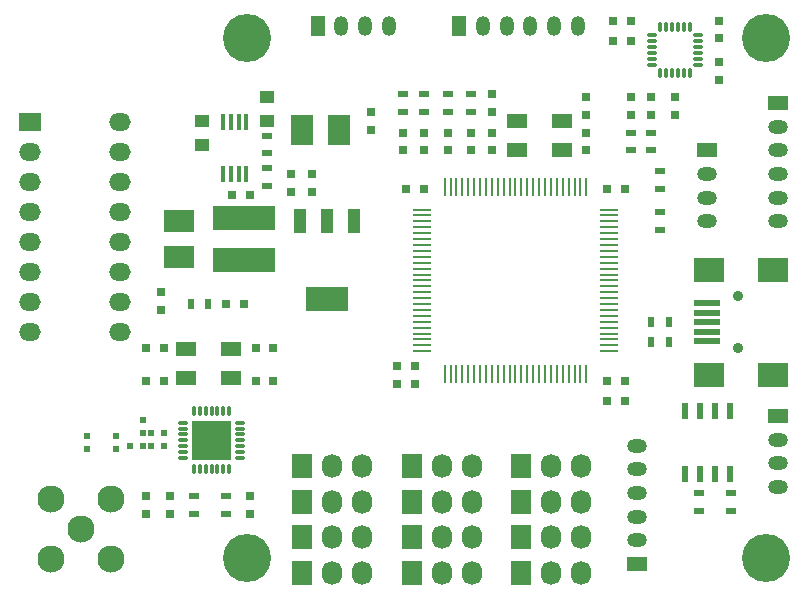
<source format=gts>
G04 #@! TF.FileFunction,Soldermask,Top*
%FSLAX46Y46*%
G04 Gerber Fmt 4.6, Leading zero omitted, Abs format (unit mm)*
G04 Created by KiCad (PCBNEW (2015-09-15 BZR 6201)-product) date tis 17 nov 2015 13:25:14*
%MOMM*%
G01*
G04 APERTURE LIST*
%ADD10C,0.100000*%
%ADD11O,0.850000X0.290000*%
%ADD12O,0.290000X0.850000*%
%ADD13R,1.675000X1.675000*%
%ADD14R,2.499360X1.950720*%
%ADD15R,1.950720X2.499360*%
%ADD16R,0.797560X0.797560*%
%ADD17C,2.300000*%
%ADD18R,5.295900X1.998980*%
%ADD19R,1.198880X1.699260*%
%ADD20O,1.198880X1.699260*%
%ADD21R,1.699260X1.198880*%
%ADD22O,1.699260X1.198880*%
%ADD23R,1.727200X2.032000*%
%ADD24O,1.727200X2.032000*%
%ADD25R,0.750000X0.800000*%
%ADD26R,1.250000X1.000000*%
%ADD27R,0.800000X0.750000*%
%ADD28R,0.600000X0.500000*%
%ADD29R,0.500000X0.600000*%
%ADD30R,0.900000X0.500000*%
%ADD31R,2.301240X0.500380*%
%ADD32R,2.499360X1.998980*%
%ADD33C,0.899160*%
%ADD34R,0.500000X0.900000*%
%ADD35R,1.824000X1.524000*%
%ADD36O,1.824000X1.524000*%
%ADD37R,0.450000X1.450000*%
%ADD38R,3.657600X2.032000*%
%ADD39R,1.016000X2.032000*%
%ADD40R,0.599440X1.399540*%
%ADD41R,0.280000X1.500000*%
%ADD42R,1.500000X0.280000*%
%ADD43R,1.800860X1.198880*%
%ADD44C,4.064000*%
G04 APERTURE END LIST*
D10*
D11*
X144200000Y-88250000D03*
X144200000Y-87750000D03*
X144200000Y-87250000D03*
X144200000Y-86750000D03*
X144200000Y-86250000D03*
X144200000Y-85750000D03*
D12*
X143500000Y-85050000D03*
X143000000Y-85050000D03*
X142500000Y-85050000D03*
X142000000Y-85050000D03*
X141500000Y-85050000D03*
X141000000Y-85050000D03*
D11*
X140300000Y-85750000D03*
X140300000Y-86250000D03*
X140300000Y-86750000D03*
X140300000Y-87250000D03*
X140300000Y-87750000D03*
X140300000Y-88250000D03*
D12*
X141000000Y-88950000D03*
X141500000Y-88950000D03*
X142000000Y-88950000D03*
X142500000Y-88950000D03*
X143000000Y-88950000D03*
X143500000Y-88950000D03*
D11*
X105468000Y-121546000D03*
X105468000Y-121046000D03*
X105468000Y-120546000D03*
X105468000Y-120046000D03*
X105468000Y-119546000D03*
X105468000Y-119046000D03*
X105468000Y-118546000D03*
D12*
X104518000Y-117596000D03*
X104018000Y-117596000D03*
X103518000Y-117596000D03*
X103018000Y-117596000D03*
X102518000Y-117596000D03*
X102018000Y-117596000D03*
X101518000Y-117596000D03*
D11*
X100568000Y-118546000D03*
X100568000Y-119046000D03*
X100568000Y-119546000D03*
X100568000Y-120046000D03*
X100568000Y-120546000D03*
X100568000Y-121046000D03*
X100568000Y-121546000D03*
D12*
X101518000Y-122496000D03*
X102018000Y-122496000D03*
X102518000Y-122496000D03*
X103018000Y-122496000D03*
X103518000Y-122496000D03*
X104018000Y-122496000D03*
X104518000Y-122496000D03*
D13*
X102180500Y-119208500D03*
X102180500Y-120883500D03*
X103855500Y-119208500D03*
X103855500Y-120883500D03*
D14*
X100250000Y-101450600D03*
X100250000Y-104549400D03*
D15*
X110700600Y-93750000D03*
X113799400Y-93750000D03*
D16*
X140250000Y-92499300D03*
X140250000Y-91000700D03*
X138500000Y-92499300D03*
X138500000Y-91000700D03*
D17*
X91977000Y-127539200D03*
X94517000Y-124999200D03*
X89437000Y-124999200D03*
X89437000Y-130079200D03*
X94517000Y-130079200D03*
D18*
X105750000Y-104747520D03*
X105750000Y-101252480D03*
D19*
X111997720Y-85000000D03*
D20*
X116000760Y-85000000D03*
X113999240Y-85000000D03*
X117999740Y-85000000D03*
D19*
X123996200Y-85000000D03*
D20*
X127999240Y-85000000D03*
X125997720Y-85000000D03*
X129998220Y-85000000D03*
X131999740Y-85000000D03*
X134001260Y-85000000D03*
D21*
X139000000Y-130502020D03*
D22*
X139000000Y-126498980D03*
X139000000Y-128500500D03*
X139000000Y-124500000D03*
X139000000Y-122498480D03*
X139000000Y-120496960D03*
D21*
X145000000Y-95497720D03*
D22*
X145000000Y-99500760D03*
X145000000Y-97499240D03*
X145000000Y-101499740D03*
D21*
X151000000Y-91496200D03*
D22*
X151000000Y-95499240D03*
X151000000Y-93497720D03*
X151000000Y-97498220D03*
X151000000Y-99499740D03*
X151000000Y-101501260D03*
D21*
X151000000Y-117997720D03*
D22*
X151000000Y-122000760D03*
X151000000Y-119999240D03*
X151000000Y-123999740D03*
D23*
X110710000Y-128250000D03*
D24*
X113250000Y-128250000D03*
X115790000Y-128250000D03*
D23*
X110710000Y-131250000D03*
D24*
X113250000Y-131250000D03*
X115790000Y-131250000D03*
D23*
X110710000Y-125250000D03*
D24*
X113250000Y-125250000D03*
X115790000Y-125250000D03*
D23*
X110710000Y-122250000D03*
D24*
X113250000Y-122250000D03*
X115790000Y-122250000D03*
D23*
X119960000Y-131250000D03*
D24*
X122500000Y-131250000D03*
X125040000Y-131250000D03*
D23*
X119960000Y-128250000D03*
D24*
X122500000Y-128250000D03*
X125040000Y-128250000D03*
D23*
X119960000Y-125250000D03*
D24*
X122500000Y-125250000D03*
X125040000Y-125250000D03*
D23*
X119960000Y-122250000D03*
D24*
X122500000Y-122250000D03*
X125040000Y-122250000D03*
D23*
X129210000Y-131250000D03*
D24*
X131750000Y-131250000D03*
X134290000Y-131250000D03*
D23*
X129210000Y-128250000D03*
D24*
X131750000Y-128250000D03*
X134290000Y-128250000D03*
D23*
X129210000Y-125250000D03*
D24*
X131750000Y-125250000D03*
X134290000Y-125250000D03*
D23*
X129210000Y-122250000D03*
D24*
X131750000Y-122250000D03*
X134290000Y-122250000D03*
D16*
X104250700Y-108500000D03*
X105749300Y-108500000D03*
D25*
X119250000Y-95500000D03*
X119250000Y-94000000D03*
D26*
X102250000Y-95000000D03*
X102250000Y-93000000D03*
X107750000Y-91000000D03*
X107750000Y-93000000D03*
D27*
X104750000Y-99250000D03*
X106250000Y-99250000D03*
D25*
X98750000Y-109000000D03*
X98750000Y-107500000D03*
X111500000Y-97500000D03*
X111500000Y-99000000D03*
X109750000Y-97500000D03*
X109750000Y-99000000D03*
X116500000Y-92250000D03*
X116500000Y-93750000D03*
X106250000Y-126250000D03*
X106250000Y-124750000D03*
D27*
X108250000Y-115000000D03*
X106750000Y-115000000D03*
D28*
X98996000Y-119411000D03*
X97896000Y-119411000D03*
X98996000Y-120554000D03*
X97896000Y-120554000D03*
D27*
X97500000Y-115000000D03*
X99000000Y-115000000D03*
X106750000Y-112250000D03*
X108250000Y-112250000D03*
D25*
X97500000Y-126250000D03*
X97500000Y-124750000D03*
D29*
X97176000Y-118353000D03*
X97176000Y-119453000D03*
D27*
X99000000Y-112250000D03*
X97500000Y-112250000D03*
D25*
X99500000Y-126250000D03*
X99500000Y-124750000D03*
D28*
X96118000Y-120554000D03*
X97218000Y-120554000D03*
D29*
X94898000Y-119674000D03*
X94898000Y-120774000D03*
X92485000Y-119674000D03*
X92485000Y-120774000D03*
D27*
X136500000Y-115000000D03*
X138000000Y-115000000D03*
X138500000Y-84500000D03*
X137000000Y-84500000D03*
D25*
X142250000Y-91000000D03*
X142250000Y-92500000D03*
X146000000Y-84500000D03*
X146000000Y-86000000D03*
D27*
X138500000Y-86250000D03*
X137000000Y-86250000D03*
D25*
X146000000Y-88000000D03*
X146000000Y-89500000D03*
X134750000Y-92500000D03*
X134750000Y-91000000D03*
D27*
X120250000Y-115250000D03*
X118750000Y-115250000D03*
X136500000Y-116750000D03*
X138000000Y-116750000D03*
D25*
X126750000Y-90750000D03*
X126750000Y-92250000D03*
X126750000Y-95500000D03*
X126750000Y-94000000D03*
X123000000Y-94000000D03*
X123000000Y-95500000D03*
X121000000Y-95500000D03*
X121000000Y-94000000D03*
X125000000Y-94000000D03*
X125000000Y-95500000D03*
D27*
X118750000Y-113750000D03*
X120250000Y-113750000D03*
D25*
X134750000Y-94000000D03*
X134750000Y-95500000D03*
D27*
X138000000Y-98750000D03*
X136500000Y-98750000D03*
X119500000Y-98750000D03*
X121000000Y-98750000D03*
D30*
X125000000Y-90750000D03*
X125000000Y-92250000D03*
D31*
X144996580Y-111653840D03*
X144996580Y-110853740D03*
X144996580Y-110053640D03*
X144996580Y-109253540D03*
X144996580Y-108453440D03*
D32*
X145095640Y-114503720D03*
X150594740Y-114503720D03*
X145095640Y-105603560D03*
X150594740Y-105603560D03*
D33*
X147595000Y-112253280D03*
X147595000Y-107854000D03*
D30*
X119250000Y-90750000D03*
X119250000Y-92250000D03*
X121000000Y-92250000D03*
X121000000Y-90750000D03*
X140250000Y-94000000D03*
X140250000Y-95500000D03*
X138500000Y-94000000D03*
X138500000Y-95500000D03*
D34*
X141750000Y-111750000D03*
X140250000Y-111750000D03*
X141750000Y-110000000D03*
X140250000Y-110000000D03*
D30*
X107750000Y-97000000D03*
X107750000Y-98500000D03*
X107750000Y-94250000D03*
X107750000Y-95750000D03*
X104250000Y-126250000D03*
X104250000Y-124750000D03*
X101500000Y-124750000D03*
X101500000Y-126250000D03*
X144250000Y-126000000D03*
X144250000Y-124500000D03*
X147000000Y-124500000D03*
X147000000Y-126000000D03*
X123000000Y-92250000D03*
X123000000Y-90750000D03*
D34*
X102750000Y-108500000D03*
X101250000Y-108500000D03*
D30*
X141000000Y-100750000D03*
X141000000Y-102250000D03*
X141000000Y-98750000D03*
X141000000Y-97250000D03*
D35*
X87651000Y-93122000D03*
D36*
X95271000Y-93122000D03*
X87651000Y-95662000D03*
X95271000Y-95662000D03*
X87651000Y-98202000D03*
X95271000Y-98202000D03*
X87651000Y-100742000D03*
X95271000Y-100742000D03*
X87651000Y-103282000D03*
X95271000Y-103282000D03*
X87651000Y-105822000D03*
X95271000Y-105822000D03*
X87651000Y-108362000D03*
X95271000Y-108362000D03*
X87651000Y-110902000D03*
X95271000Y-110902000D03*
D37*
X105975000Y-93050000D03*
X105325000Y-93050000D03*
X104675000Y-93050000D03*
X104025000Y-93050000D03*
X104025000Y-97450000D03*
X104675000Y-97450000D03*
X105325000Y-97450000D03*
X105975000Y-97450000D03*
D38*
X112750000Y-108052000D03*
D39*
X112750000Y-101448000D03*
X110464000Y-101448000D03*
X115036000Y-101448000D03*
D40*
X146905000Y-122917000D03*
X146905000Y-117583000D03*
X145635000Y-122917000D03*
X144365000Y-122917000D03*
X143095000Y-122917000D03*
X145635000Y-117583000D03*
X144365000Y-117583000D03*
X143095000Y-117583000D03*
D41*
X134750000Y-98600000D03*
X134250000Y-98600000D03*
X133750000Y-98600000D03*
X133250000Y-98600000D03*
X132750000Y-98600000D03*
X132250000Y-98600000D03*
X131750000Y-98600000D03*
X131250000Y-98600000D03*
X130750000Y-98600000D03*
X130250000Y-98600000D03*
X129750000Y-98600000D03*
X129250000Y-98600000D03*
X128750000Y-98600000D03*
X128250000Y-98600000D03*
X127750000Y-98600000D03*
X127250000Y-98600000D03*
X126750000Y-98600000D03*
X126250000Y-98600000D03*
X125750000Y-98600000D03*
X125250000Y-98600000D03*
X124750000Y-98600000D03*
X124250000Y-98600000D03*
X123750000Y-98600000D03*
X123250000Y-98600000D03*
X122750000Y-98600000D03*
D42*
X120850000Y-100500000D03*
X120850000Y-101000000D03*
X120850000Y-101500000D03*
X120850000Y-102000000D03*
X120850000Y-102500000D03*
X120850000Y-103000000D03*
X120850000Y-103500000D03*
X120850000Y-104000000D03*
X120850000Y-104500000D03*
X120850000Y-105000000D03*
X120850000Y-105500000D03*
X120850000Y-106000000D03*
X120850000Y-106500000D03*
X120850000Y-107000000D03*
X120850000Y-107500000D03*
X120850000Y-108000000D03*
X120850000Y-108500000D03*
X120850000Y-109000000D03*
X120850000Y-109500000D03*
X120850000Y-110000000D03*
X120850000Y-110500000D03*
X120850000Y-111000000D03*
X120850000Y-111500000D03*
X120850000Y-112000000D03*
X120850000Y-112500000D03*
D41*
X122750000Y-114400000D03*
X123250000Y-114400000D03*
X123750000Y-114400000D03*
X124250000Y-114400000D03*
X124750000Y-114400000D03*
X125250000Y-114400000D03*
X125750000Y-114400000D03*
X126250000Y-114400000D03*
X126750000Y-114400000D03*
X127250000Y-114400000D03*
X127750000Y-114400000D03*
X128250000Y-114400000D03*
X128750000Y-114400000D03*
X129250000Y-114400000D03*
X129750000Y-114400000D03*
X130250000Y-114400000D03*
X130750000Y-114400000D03*
X131250000Y-114400000D03*
X131750000Y-114400000D03*
X132250000Y-114400000D03*
X132750000Y-114400000D03*
X133250000Y-114400000D03*
X133750000Y-114400000D03*
X134250000Y-114400000D03*
X134750000Y-114400000D03*
D42*
X136650000Y-112500000D03*
X136650000Y-112000000D03*
X136650000Y-111500000D03*
X136650000Y-111000000D03*
X136650000Y-110500000D03*
X136650000Y-110000000D03*
X136650000Y-109500000D03*
X136650000Y-109000000D03*
X136650000Y-108500000D03*
X136650000Y-108000000D03*
X136650000Y-107500000D03*
X136650000Y-107000000D03*
X136650000Y-106500000D03*
X136650000Y-106000000D03*
X136650000Y-105500000D03*
X136650000Y-105000000D03*
X136650000Y-104500000D03*
X136650000Y-104000000D03*
X136650000Y-103500000D03*
X136650000Y-103000000D03*
X136650000Y-102500000D03*
X136650000Y-102000000D03*
X136650000Y-101500000D03*
X136650000Y-101000000D03*
X136650000Y-100500000D03*
D43*
X104659920Y-114799680D03*
X104659920Y-112300320D03*
X100860080Y-112300320D03*
X100860080Y-114799680D03*
X132649920Y-95499680D03*
X132649920Y-93000320D03*
X128850080Y-93000320D03*
X128850080Y-95499680D03*
D44*
X150000000Y-86000000D03*
X150000000Y-130000000D03*
X106000000Y-130000000D03*
X106000000Y-86000000D03*
M02*

</source>
